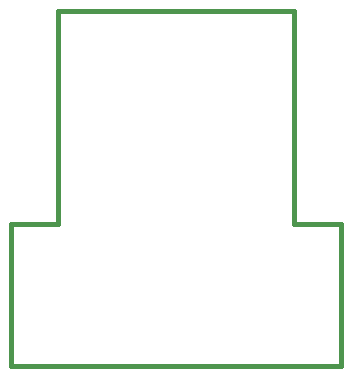
<source format=gko>
%FSLAX33Y33*%
%MOMM*%
%ADD10C,0.381*%
D10*
%LNpath-0*%
G01*
X0Y0D02*
X28000Y0D01*
X28000Y12000*
X24000Y12000*
X24000Y30000*
X4000Y30000*
X4000Y12000*
X0Y12000*
X0Y0*
%LNmechanical details_traces*%
M02*
</source>
